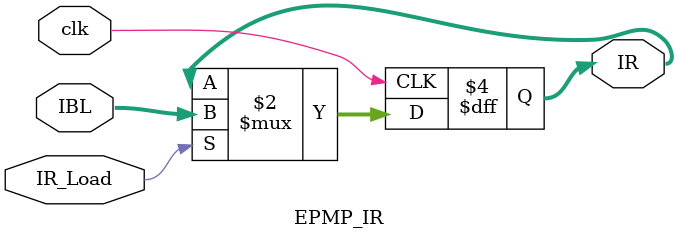
<source format=v>
`timescale 1ns / 1ps
module EPMP_IR(clk, IR_Load, IBL, IR);
    input clk;
    input IR_Load;
    input [7:0] IBL;
    output reg [7:0] IR;

always @ (posedge clk)
	if (IR_Load)
		IR <= IBL ;

endmodule

</source>
